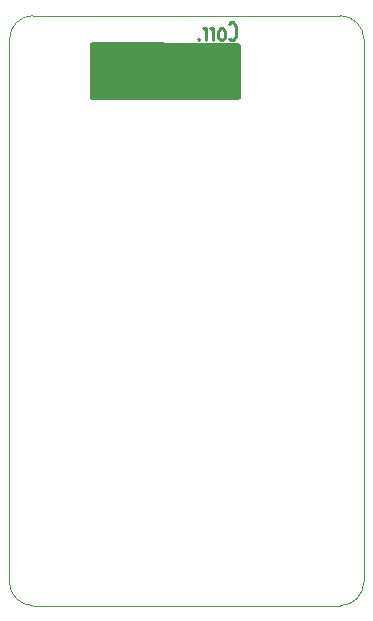
<source format=gbr>
G04 #@! TF.FileFunction,Legend,Bot*
%FSLAX46Y46*%
G04 Gerber Fmt 4.6, Leading zero omitted, Abs format (unit mm)*
G04 Created by KiCad (PCBNEW 0.201501172016+5377~20~ubuntu14.04.1-product) date Fri 30 Jan 2015 01:41:11 PM PST*
%MOMM*%
G01*
G04 APERTURE LIST*
%ADD10C,0.100000*%
%ADD11C,0.250000*%
%ADD12C,0.150000*%
G04 APERTURE END LIST*
D10*
D11*
X118600000Y-51935714D02*
X118647619Y-52007143D01*
X118790476Y-52078571D01*
X118885714Y-52078571D01*
X119028572Y-52007143D01*
X119123810Y-51864286D01*
X119171429Y-51721429D01*
X119219048Y-51435714D01*
X119219048Y-51221429D01*
X119171429Y-50935714D01*
X119123810Y-50792857D01*
X119028572Y-50650000D01*
X118885714Y-50578571D01*
X118790476Y-50578571D01*
X118647619Y-50650000D01*
X118600000Y-50721429D01*
X118028572Y-52078571D02*
X118123810Y-52007143D01*
X118171429Y-51935714D01*
X118219048Y-51792857D01*
X118219048Y-51364286D01*
X118171429Y-51221429D01*
X118123810Y-51150000D01*
X118028572Y-51078571D01*
X117885714Y-51078571D01*
X117790476Y-51150000D01*
X117742857Y-51221429D01*
X117695238Y-51364286D01*
X117695238Y-51792857D01*
X117742857Y-51935714D01*
X117790476Y-52007143D01*
X117885714Y-52078571D01*
X118028572Y-52078571D01*
X117266667Y-52078571D02*
X117266667Y-51078571D01*
X117266667Y-51364286D02*
X117219048Y-51221429D01*
X117171429Y-51150000D01*
X117076191Y-51078571D01*
X116980952Y-51078571D01*
X116647619Y-52078571D02*
X116647619Y-51078571D01*
X116647619Y-51364286D02*
X116600000Y-51221429D01*
X116552381Y-51150000D01*
X116457143Y-51078571D01*
X116361904Y-51078571D01*
X116028571Y-51935714D02*
X115980952Y-52007143D01*
X116028571Y-52078571D01*
X116076190Y-52007143D01*
X116028571Y-51935714D01*
X116028571Y-52078571D01*
D10*
X128000000Y-99950000D02*
G75*
G03X130000000Y-97950000I0J2000000D01*
G01*
X100000000Y-97950000D02*
G75*
G03X102000000Y-99950000I2000000J0D01*
G01*
X130000000Y-52000000D02*
G75*
G03X128000000Y-50000000I-2000000J0D01*
G01*
X102000000Y-50000000D02*
G75*
G03X100000000Y-52000000I0J-2000000D01*
G01*
X128000000Y-50000000D02*
X102000000Y-50000000D01*
X130000000Y-97900000D02*
X130000000Y-52000000D01*
X102000000Y-99950000D02*
X128000000Y-99950000D01*
X100000000Y-52000000D02*
X100000000Y-97900000D01*
D12*
G36*
X119475000Y-56981066D02*
X119381066Y-57075000D01*
X106968934Y-57075000D01*
X106875000Y-56981066D01*
X106875000Y-52418845D01*
X106969147Y-52325076D01*
X119381279Y-52374924D01*
X119475000Y-52469022D01*
X119475000Y-56981066D01*
X119475000Y-56981066D01*
G37*
X119475000Y-56981066D02*
X119381066Y-57075000D01*
X106968934Y-57075000D01*
X106875000Y-56981066D01*
X106875000Y-52418845D01*
X106969147Y-52325076D01*
X119381279Y-52374924D01*
X119475000Y-52469022D01*
X119475000Y-56981066D01*
M02*

</source>
